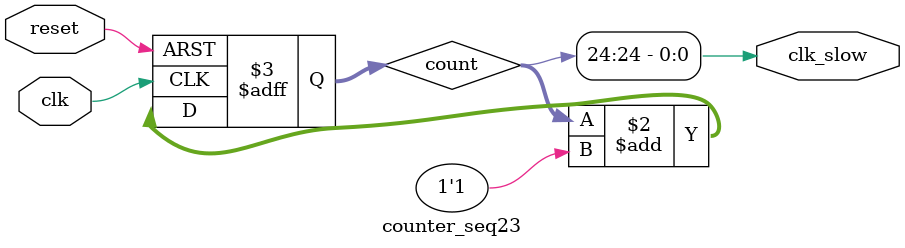
<source format=v>
module counter_seq23(clk_slow,clk,reset);
input clk,reset;
reg[24:0]count;
output clk_slow;

always@(posedge clk or posedge reset)
begin

if(reset)
count<=25'b0;
else
begin
count<=count+1'b1;
end
end
assign clk_slow=count[24];


endmodule
</source>
